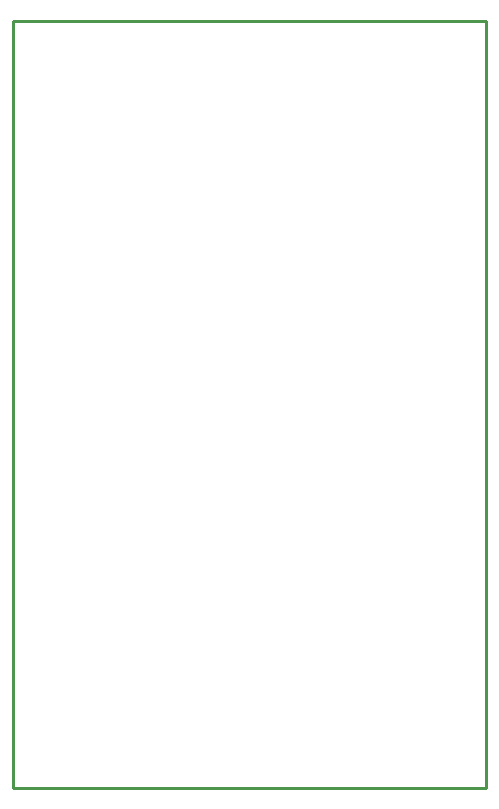
<source format=gm1>
G04 start of page 8 for group 6 idx 6 *
G04 Title: (unknown), outline *
G04 Creator: pcb 20110918 *
G04 CreationDate: Sun 20 Apr 2014 23:03:54 GMT UTC *
G04 For: ksarkies *
G04 Format: Gerber/RS-274X *
G04 PCB-Dimensions: 157480 255906 *
G04 PCB-Coordinate-Origin: lower left *
%MOIN*%
%FSLAX25Y25*%
%LNOUTLINE*%
%ADD87C,0.0100*%
G54D87*X-394Y255670D02*Y-236D01*
X157087D01*
Y255670D01*
X-394D01*
M02*

</source>
